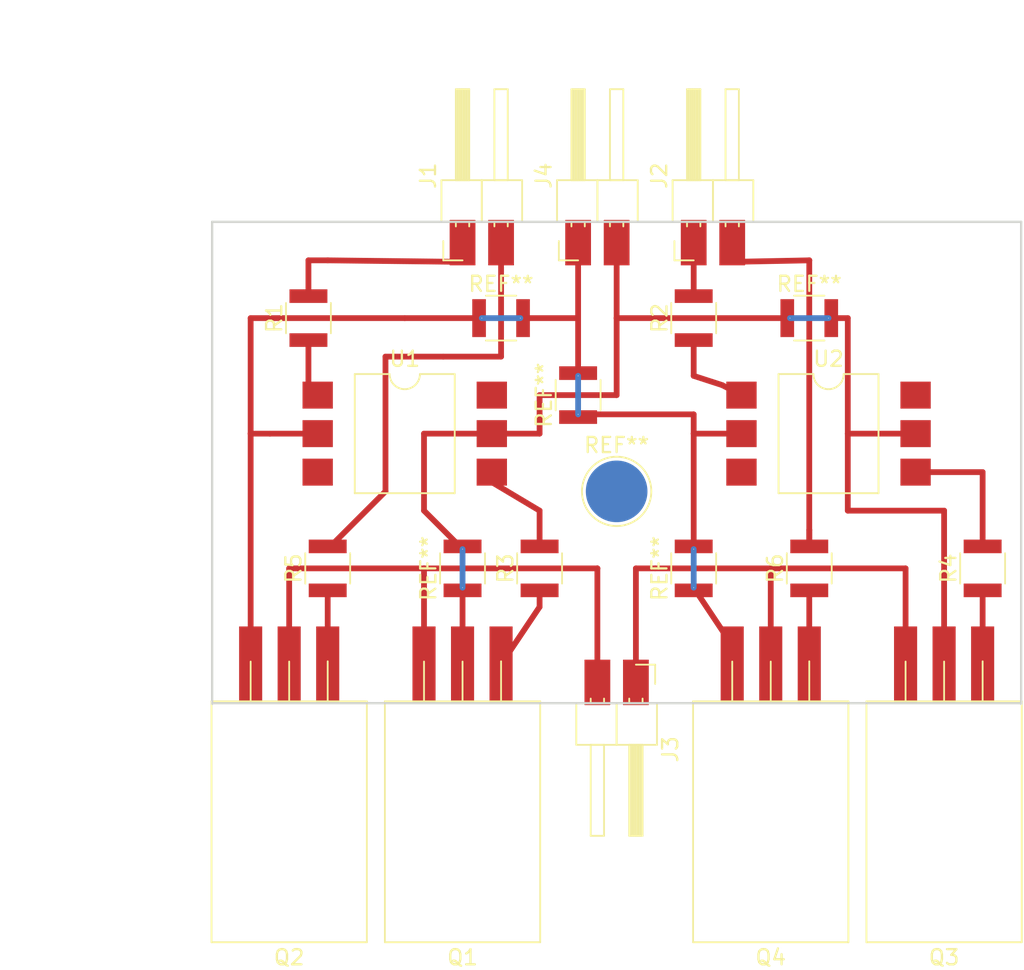
<source format=kicad_pcb>
(kicad_pcb (version 4) (host pcbnew 4.0.6)

  (general
    (links 24)
    (no_connects 0)
    (area 114.070001 74.77 182.726 138.676)
    (thickness 1.6)
    (drawings 6)
    (tracks 94)
    (zones 0)
    (modules 22)
    (nets 21)
  )

  (page A4)
  (layers
    (0 F.Cu signal)
    (31 B.Cu signal)
    (32 B.Adhes user)
    (33 F.Adhes user)
    (34 B.Paste user)
    (35 F.Paste user)
    (36 B.SilkS user)
    (37 F.SilkS user)
    (38 B.Mask user)
    (39 F.Mask user)
    (40 Dwgs.User user)
    (41 Cmts.User user)
    (42 Eco1.User user)
    (43 Eco2.User user)
    (44 Edge.Cuts user)
    (45 Margin user)
    (46 B.CrtYd user)
    (47 F.CrtYd user)
    (48 B.Fab user hide)
    (49 F.Fab user hide)
  )

  (setup
    (last_trace_width 0.381)
    (trace_clearance 0.381)
    (zone_clearance 0.508)
    (zone_45_only no)
    (trace_min 0.2)
    (segment_width 0.2)
    (edge_width 0.15)
    (via_size 0.1)
    (via_drill 0.05)
    (via_min_size 0.01)
    (via_min_drill 0.01)
    (uvia_size 0.3)
    (uvia_drill 0.1)
    (uvias_allowed no)
    (uvia_min_size 0.2)
    (uvia_min_drill 0.1)
    (pcb_text_width 0.3)
    (pcb_text_size 1.5 1.5)
    (mod_edge_width 0.15)
    (mod_text_size 1 1)
    (mod_text_width 0.15)
    (pad_size 4.064 4.064)
    (pad_drill 0)
    (pad_to_mask_clearance 0.2)
    (aux_axis_origin 0 0)
    (visible_elements FFFFFF7F)
    (pcbplotparams
      (layerselection 0x00030_80000001)
      (usegerberextensions false)
      (excludeedgelayer true)
      (linewidth 0.100000)
      (plotframeref false)
      (viasonmask false)
      (mode 1)
      (useauxorigin false)
      (hpglpennumber 1)
      (hpglpenspeed 20)
      (hpglpendiameter 15)
      (hpglpenoverlay 2)
      (psnegative false)
      (psa4output false)
      (plotreference true)
      (plotvalue true)
      (plotinvisibletext false)
      (padsonsilk false)
      (subtractmaskfromsilk false)
      (outputformat 1)
      (mirror false)
      (drillshape 0)
      (scaleselection 1)
      (outputdirectory ../export/))
  )

  (net 0 "")
  (net 1 /Sheet597E2FB2/BL)
  (net 2 /Sheet597E2FB2/AL)
  (net 3 Earth)
  (net 4 /Sheet597E2FB2/BH)
  (net 5 /Sheet597E2FB2/AH)
  (net 6 VPP)
  (net 7 /Sheet597E2FB2/OUTA)
  (net 8 /Sheet597E2FB2/OUTB)
  (net 9 "Net-(Q1-Pad1)")
  (net 10 "Net-(Q2-Pad1)")
  (net 11 "Net-(Q3-Pad1)")
  (net 12 "Net-(Q4-Pad1)")
  (net 13 "Net-(R1-Pad1)")
  (net 14 "Net-(R2-Pad1)")
  (net 15 "Net-(R3-Pad2)")
  (net 16 "Net-(R4-Pad2)")
  (net 17 "Net-(U1-Pad3)")
  (net 18 "Net-(U1-Pad6)")
  (net 19 "Net-(U2-Pad3)")
  (net 20 "Net-(U2-Pad6)")

  (net_class Default "This is the default net class."
    (clearance 0.381)
    (trace_width 0.381)
    (via_dia 0.1)
    (via_drill 0.05)
    (uvia_dia 0.3)
    (uvia_drill 0.1)
    (add_net /Sheet597E2FB2/AH)
    (add_net /Sheet597E2FB2/AL)
    (add_net /Sheet597E2FB2/BH)
    (add_net /Sheet597E2FB2/BL)
    (add_net /Sheet597E2FB2/OUTA)
    (add_net /Sheet597E2FB2/OUTB)
    (add_net Earth)
    (add_net "Net-(Q1-Pad1)")
    (add_net "Net-(Q2-Pad1)")
    (add_net "Net-(Q3-Pad1)")
    (add_net "Net-(Q4-Pad1)")
    (add_net "Net-(R1-Pad1)")
    (add_net "Net-(R2-Pad1)")
    (add_net "Net-(R3-Pad2)")
    (add_net "Net-(R4-Pad2)")
    (add_net "Net-(U1-Pad3)")
    (add_net "Net-(U1-Pad6)")
    (add_net "Net-(U2-Pad3)")
    (add_net "Net-(U2-Pad6)")
    (add_net VPP)
  )

  (module Resistors_SMD:R_1210 (layer F.Cu) (tedit 58AADAAC) (tstamp 5985C440)
    (at 134.62 95.25 90)
    (descr "Resistor SMD 1210, reflow soldering, Vishay (see dcrcw.pdf)")
    (tags "resistor 1210")
    (path /597E2FB3/597E34FA)
    (attr smd)
    (fp_text reference R1 (at 0 -2.25 90) (layer F.SilkS)
      (effects (font (size 1 1) (thickness 0.15)))
    )
    (fp_text value 470R (at 0 2.4 90) (layer F.Fab)
      (effects (font (size 1 1) (thickness 0.15)))
    )
    (fp_text user %R (at 0 -2.25 90) (layer F.Fab)
      (effects (font (size 1 1) (thickness 0.15)))
    )
    (fp_line (start -1.6 1.25) (end -1.6 -1.25) (layer F.Fab) (width 0.1))
    (fp_line (start 1.6 1.25) (end -1.6 1.25) (layer F.Fab) (width 0.1))
    (fp_line (start 1.6 -1.25) (end 1.6 1.25) (layer F.Fab) (width 0.1))
    (fp_line (start -1.6 -1.25) (end 1.6 -1.25) (layer F.Fab) (width 0.1))
    (fp_line (start 1 1.48) (end -1 1.48) (layer F.SilkS) (width 0.12))
    (fp_line (start -1 -1.48) (end 1 -1.48) (layer F.SilkS) (width 0.12))
    (fp_line (start -2.15 -1.5) (end 2.15 -1.5) (layer F.CrtYd) (width 0.05))
    (fp_line (start -2.15 -1.5) (end -2.15 1.5) (layer F.CrtYd) (width 0.05))
    (fp_line (start 2.15 1.5) (end 2.15 -1.5) (layer F.CrtYd) (width 0.05))
    (fp_line (start 2.15 1.5) (end -2.15 1.5) (layer F.CrtYd) (width 0.05))
    (pad 1 smd rect (at -1.45 0 90) (size 0.9 2.5) (layers F.Cu F.Paste F.Mask)
      (net 13 "Net-(R1-Pad1)"))
    (pad 2 smd rect (at 1.45 0 90) (size 0.9 2.5) (layers F.Cu F.Paste F.Mask)
      (net 5 /Sheet597E2FB2/AH))
    (model Resistors_SMD.3dshapes/R_1210.wrl
      (at (xyz 0 0 0))
      (scale (xyz 1 1 1))
      (rotate (xyz 0 0 0))
    )
  )

  (module Resistors_SMD:R_1210 (layer F.Cu) (tedit 58AADAAC) (tstamp 5985C451)
    (at 160.02 95.25 90)
    (descr "Resistor SMD 1210, reflow soldering, Vishay (see dcrcw.pdf)")
    (tags "resistor 1210")
    (path /597E2FB3/597E3DF8)
    (attr smd)
    (fp_text reference R2 (at 0 -2.25 90) (layer F.SilkS)
      (effects (font (size 1 1) (thickness 0.15)))
    )
    (fp_text value 470R (at 0 2.4 90) (layer F.Fab)
      (effects (font (size 1 1) (thickness 0.15)))
    )
    (fp_text user %R (at 0 -2.25 90) (layer F.Fab)
      (effects (font (size 1 1) (thickness 0.15)))
    )
    (fp_line (start -1.6 1.25) (end -1.6 -1.25) (layer F.Fab) (width 0.1))
    (fp_line (start 1.6 1.25) (end -1.6 1.25) (layer F.Fab) (width 0.1))
    (fp_line (start 1.6 -1.25) (end 1.6 1.25) (layer F.Fab) (width 0.1))
    (fp_line (start -1.6 -1.25) (end 1.6 -1.25) (layer F.Fab) (width 0.1))
    (fp_line (start 1 1.48) (end -1 1.48) (layer F.SilkS) (width 0.12))
    (fp_line (start -1 -1.48) (end 1 -1.48) (layer F.SilkS) (width 0.12))
    (fp_line (start -2.15 -1.5) (end 2.15 -1.5) (layer F.CrtYd) (width 0.05))
    (fp_line (start -2.15 -1.5) (end -2.15 1.5) (layer F.CrtYd) (width 0.05))
    (fp_line (start 2.15 1.5) (end 2.15 -1.5) (layer F.CrtYd) (width 0.05))
    (fp_line (start 2.15 1.5) (end -2.15 1.5) (layer F.CrtYd) (width 0.05))
    (pad 1 smd rect (at -1.45 0 90) (size 0.9 2.5) (layers F.Cu F.Paste F.Mask)
      (net 14 "Net-(R2-Pad1)"))
    (pad 2 smd rect (at 1.45 0 90) (size 0.9 2.5) (layers F.Cu F.Paste F.Mask)
      (net 4 /Sheet597E2FB2/BH))
    (model Resistors_SMD.3dshapes/R_1210.wrl
      (at (xyz 0 0 0))
      (scale (xyz 1 1 1))
      (rotate (xyz 0 0 0))
    )
  )

  (module Resistors_SMD:R_1210 (layer F.Cu) (tedit 58AADAAC) (tstamp 5985C462)
    (at 149.86 111.76 90)
    (descr "Resistor SMD 1210, reflow soldering, Vishay (see dcrcw.pdf)")
    (tags "resistor 1210")
    (path /597E2FB3/597E34DA)
    (attr smd)
    (fp_text reference R3 (at 0 -2.25 90) (layer F.SilkS)
      (effects (font (size 1 1) (thickness 0.15)))
    )
    (fp_text value 1k5 (at 0 2.4 90) (layer F.Fab)
      (effects (font (size 1 1) (thickness 0.15)))
    )
    (fp_text user %R (at 0 -2.25 90) (layer F.Fab)
      (effects (font (size 1 1) (thickness 0.15)))
    )
    (fp_line (start -1.6 1.25) (end -1.6 -1.25) (layer F.Fab) (width 0.1))
    (fp_line (start 1.6 1.25) (end -1.6 1.25) (layer F.Fab) (width 0.1))
    (fp_line (start 1.6 -1.25) (end 1.6 1.25) (layer F.Fab) (width 0.1))
    (fp_line (start -1.6 -1.25) (end 1.6 -1.25) (layer F.Fab) (width 0.1))
    (fp_line (start 1 1.48) (end -1 1.48) (layer F.SilkS) (width 0.12))
    (fp_line (start -1 -1.48) (end 1 -1.48) (layer F.SilkS) (width 0.12))
    (fp_line (start -2.15 -1.5) (end 2.15 -1.5) (layer F.CrtYd) (width 0.05))
    (fp_line (start -2.15 -1.5) (end -2.15 1.5) (layer F.CrtYd) (width 0.05))
    (fp_line (start 2.15 1.5) (end 2.15 -1.5) (layer F.CrtYd) (width 0.05))
    (fp_line (start 2.15 1.5) (end -2.15 1.5) (layer F.CrtYd) (width 0.05))
    (pad 1 smd rect (at -1.45 0 90) (size 0.9 2.5) (layers F.Cu F.Paste F.Mask)
      (net 9 "Net-(Q1-Pad1)"))
    (pad 2 smd rect (at 1.45 0 90) (size 0.9 2.5) (layers F.Cu F.Paste F.Mask)
      (net 15 "Net-(R3-Pad2)"))
    (model Resistors_SMD.3dshapes/R_1210.wrl
      (at (xyz 0 0 0))
      (scale (xyz 1 1 1))
      (rotate (xyz 0 0 0))
    )
  )

  (module Resistors_SMD:R_1210 (layer F.Cu) (tedit 58AADAAC) (tstamp 5985C473)
    (at 179.07 111.76 90)
    (descr "Resistor SMD 1210, reflow soldering, Vishay (see dcrcw.pdf)")
    (tags "resistor 1210")
    (path /597E2FB3/597E3DDA)
    (attr smd)
    (fp_text reference R4 (at 0 -2.25 90) (layer F.SilkS)
      (effects (font (size 1 1) (thickness 0.15)))
    )
    (fp_text value 1k5 (at 0 2.4 90) (layer F.Fab)
      (effects (font (size 1 1) (thickness 0.15)))
    )
    (fp_text user %R (at 0 -2.25 90) (layer F.Fab)
      (effects (font (size 1 1) (thickness 0.15)))
    )
    (fp_line (start -1.6 1.25) (end -1.6 -1.25) (layer F.Fab) (width 0.1))
    (fp_line (start 1.6 1.25) (end -1.6 1.25) (layer F.Fab) (width 0.1))
    (fp_line (start 1.6 -1.25) (end 1.6 1.25) (layer F.Fab) (width 0.1))
    (fp_line (start -1.6 -1.25) (end 1.6 -1.25) (layer F.Fab) (width 0.1))
    (fp_line (start 1 1.48) (end -1 1.48) (layer F.SilkS) (width 0.12))
    (fp_line (start -1 -1.48) (end 1 -1.48) (layer F.SilkS) (width 0.12))
    (fp_line (start -2.15 -1.5) (end 2.15 -1.5) (layer F.CrtYd) (width 0.05))
    (fp_line (start -2.15 -1.5) (end -2.15 1.5) (layer F.CrtYd) (width 0.05))
    (fp_line (start 2.15 1.5) (end 2.15 -1.5) (layer F.CrtYd) (width 0.05))
    (fp_line (start 2.15 1.5) (end -2.15 1.5) (layer F.CrtYd) (width 0.05))
    (pad 1 smd rect (at -1.45 0 90) (size 0.9 2.5) (layers F.Cu F.Paste F.Mask)
      (net 11 "Net-(Q3-Pad1)"))
    (pad 2 smd rect (at 1.45 0 90) (size 0.9 2.5) (layers F.Cu F.Paste F.Mask)
      (net 16 "Net-(R4-Pad2)"))
    (model Resistors_SMD.3dshapes/R_1210.wrl
      (at (xyz 0 0 0))
      (scale (xyz 1 1 1))
      (rotate (xyz 0 0 0))
    )
  )

  (module Resistors_SMD:R_1210 (layer F.Cu) (tedit 58AADAAC) (tstamp 5985C484)
    (at 135.89 111.76 90)
    (descr "Resistor SMD 1210, reflow soldering, Vishay (see dcrcw.pdf)")
    (tags "resistor 1210")
    (path /597E2FB3/597E34D3)
    (attr smd)
    (fp_text reference R5 (at 0 -2.25 90) (layer F.SilkS)
      (effects (font (size 1 1) (thickness 0.15)))
    )
    (fp_text value 1k5 (at 0 2.4 90) (layer F.Fab)
      (effects (font (size 1 1) (thickness 0.15)))
    )
    (fp_text user %R (at 0 -2.25 90) (layer F.Fab)
      (effects (font (size 1 1) (thickness 0.15)))
    )
    (fp_line (start -1.6 1.25) (end -1.6 -1.25) (layer F.Fab) (width 0.1))
    (fp_line (start 1.6 1.25) (end -1.6 1.25) (layer F.Fab) (width 0.1))
    (fp_line (start 1.6 -1.25) (end 1.6 1.25) (layer F.Fab) (width 0.1))
    (fp_line (start -1.6 -1.25) (end 1.6 -1.25) (layer F.Fab) (width 0.1))
    (fp_line (start 1 1.48) (end -1 1.48) (layer F.SilkS) (width 0.12))
    (fp_line (start -1 -1.48) (end 1 -1.48) (layer F.SilkS) (width 0.12))
    (fp_line (start -2.15 -1.5) (end 2.15 -1.5) (layer F.CrtYd) (width 0.05))
    (fp_line (start -2.15 -1.5) (end -2.15 1.5) (layer F.CrtYd) (width 0.05))
    (fp_line (start 2.15 1.5) (end 2.15 -1.5) (layer F.CrtYd) (width 0.05))
    (fp_line (start 2.15 1.5) (end -2.15 1.5) (layer F.CrtYd) (width 0.05))
    (pad 1 smd rect (at -1.45 0 90) (size 0.9 2.5) (layers F.Cu F.Paste F.Mask)
      (net 10 "Net-(Q2-Pad1)"))
    (pad 2 smd rect (at 1.45 0 90) (size 0.9 2.5) (layers F.Cu F.Paste F.Mask)
      (net 2 /Sheet597E2FB2/AL))
    (model Resistors_SMD.3dshapes/R_1210.wrl
      (at (xyz 0 0 0))
      (scale (xyz 1 1 1))
      (rotate (xyz 0 0 0))
    )
  )

  (module Resistors_SMD:R_1210 (layer F.Cu) (tedit 58AADAAC) (tstamp 5985C495)
    (at 167.64 111.76 90)
    (descr "Resistor SMD 1210, reflow soldering, Vishay (see dcrcw.pdf)")
    (tags "resistor 1210")
    (path /597E2FB3/597E3DD4)
    (attr smd)
    (fp_text reference R6 (at 0 -2.25 90) (layer F.SilkS)
      (effects (font (size 1 1) (thickness 0.15)))
    )
    (fp_text value 1k5 (at 0 2.4 90) (layer F.Fab)
      (effects (font (size 1 1) (thickness 0.15)))
    )
    (fp_text user %R (at 0 -2.25 90) (layer F.Fab)
      (effects (font (size 1 1) (thickness 0.15)))
    )
    (fp_line (start -1.6 1.25) (end -1.6 -1.25) (layer F.Fab) (width 0.1))
    (fp_line (start 1.6 1.25) (end -1.6 1.25) (layer F.Fab) (width 0.1))
    (fp_line (start 1.6 -1.25) (end 1.6 1.25) (layer F.Fab) (width 0.1))
    (fp_line (start -1.6 -1.25) (end 1.6 -1.25) (layer F.Fab) (width 0.1))
    (fp_line (start 1 1.48) (end -1 1.48) (layer F.SilkS) (width 0.12))
    (fp_line (start -1 -1.48) (end 1 -1.48) (layer F.SilkS) (width 0.12))
    (fp_line (start -2.15 -1.5) (end 2.15 -1.5) (layer F.CrtYd) (width 0.05))
    (fp_line (start -2.15 -1.5) (end -2.15 1.5) (layer F.CrtYd) (width 0.05))
    (fp_line (start 2.15 1.5) (end 2.15 -1.5) (layer F.CrtYd) (width 0.05))
    (fp_line (start 2.15 1.5) (end -2.15 1.5) (layer F.CrtYd) (width 0.05))
    (pad 1 smd rect (at -1.45 0 90) (size 0.9 2.5) (layers F.Cu F.Paste F.Mask)
      (net 12 "Net-(Q4-Pad1)"))
    (pad 2 smd rect (at 1.45 0 90) (size 0.9 2.5) (layers F.Cu F.Paste F.Mask)
      (net 1 /Sheet597E2FB2/BL))
    (model Resistors_SMD.3dshapes/R_1210.wrl
      (at (xyz 0 0 0))
      (scale (xyz 1 1 1))
      (rotate (xyz 0 0 0))
    )
  )

  (module Edge:TO-220_Horizontal (layer F.Cu) (tedit 5985D800) (tstamp 599501E8)
    (at 147.32 116.84 180)
    (descr "TO-220, Horizontal, RM 2.54mm")
    (tags "TO-220 Horizontal RM 2.54mm")
    (path /597E2FB3/597E34C5)
    (fp_text reference Q1 (at 2.54 -20.58 180) (layer F.SilkS)
      (effects (font (size 1 1) (thickness 0.15)))
    )
    (fp_text value TIP120 (at 2.54 1.9 180) (layer F.Fab)
      (effects (font (size 1 1) (thickness 0.15)))
    )
    (fp_circle (center 2.54 -16.66) (end 4.39 -16.66) (layer F.Fab) (width 0.1))
    (fp_line (start -2.46 -13.06) (end -2.46 -19.46) (layer F.Fab) (width 0.1))
    (fp_line (start -2.46 -19.46) (end 7.54 -19.46) (layer F.Fab) (width 0.1))
    (fp_line (start 7.54 -19.46) (end 7.54 -13.06) (layer F.Fab) (width 0.1))
    (fp_line (start 7.54 -13.06) (end -2.46 -13.06) (layer F.Fab) (width 0.1))
    (fp_line (start -2.46 -3.81) (end -2.46 -13.06) (layer F.Fab) (width 0.1))
    (fp_line (start -2.46 -13.06) (end 7.54 -13.06) (layer F.Fab) (width 0.1))
    (fp_line (start 7.54 -13.06) (end 7.54 -3.81) (layer F.Fab) (width 0.1))
    (fp_line (start 7.54 -3.81) (end -2.46 -3.81) (layer F.Fab) (width 0.1))
    (fp_line (start 0 -3.81) (end 0 0) (layer F.Fab) (width 0.1))
    (fp_line (start 2.54 -3.81) (end 2.54 0) (layer F.Fab) (width 0.1))
    (fp_line (start 5.08 -3.81) (end 5.08 0) (layer F.Fab) (width 0.1))
    (fp_line (start -2.58 -3.69) (end 7.66 -3.69) (layer F.SilkS) (width 0.12))
    (fp_line (start -2.58 -19.58) (end 7.66 -19.58) (layer F.SilkS) (width 0.12))
    (fp_line (start -2.58 -19.58) (end -2.58 -3.69) (layer F.SilkS) (width 0.12))
    (fp_line (start 7.66 -19.58) (end 7.66 -3.69) (layer F.SilkS) (width 0.12))
    (fp_line (start 0 -3.69) (end 0 -1.05) (layer F.SilkS) (width 0.12))
    (fp_line (start 2.54 -3.69) (end 2.54 -1.066) (layer F.SilkS) (width 0.12))
    (fp_line (start 5.08 -3.69) (end 5.08 -1.066) (layer F.SilkS) (width 0.12))
    (fp_line (start -2.71 -19.71) (end -2.71 1.15) (layer F.CrtYd) (width 0.05))
    (fp_line (start -2.71 1.25) (end 7.79 1.25) (layer F.CrtYd) (width 0.05))
    (fp_line (start 7.79 1.15) (end 7.79 -19.71) (layer F.CrtYd) (width 0.05))
    (fp_line (start 7.79 -19.71) (end -2.71 -19.71) (layer F.CrtYd) (width 0.05))
    (fp_text user %R (at 2.54 -20.58 180) (layer F.Fab)
      (effects (font (size 1 1) (thickness 0.15)))
    )
    (pad 1 smd rect (at 0 -1.25 180) (size 1.524 5) (layers F.Cu F.Paste F.Mask)
      (net 9 "Net-(Q1-Pad1)"))
    (pad 2 smd rect (at 2.54 -1.25 180) (size 1.524 5) (layers F.Cu F.Paste F.Mask)
      (net 6 VPP))
    (pad None np_thru_hole oval (at 2.54 -16.66 180) (size 3.5 3.5) (drill 3.5) (layers *.Cu *.Mask))
    (pad 3 smd rect (at 5.08 -1.25 180) (size 1.524 5) (layers F.Cu F.Paste F.Mask)
      (net 7 /Sheet597E2FB2/OUTA))
    (model TO_SOT_Packages_THT.3dshapes/TO-220_Horizontal.wrl
      (at (xyz 0.1 0 0))
      (scale (xyz 0.393701 0.393701 0.393701))
      (rotate (xyz 0 0 0))
    )
  )

  (module Edge:TO-220_Horizontal (layer F.Cu) (tedit 5985D800) (tstamp 59950207)
    (at 135.89 116.84 180)
    (descr "TO-220, Horizontal, RM 2.54mm")
    (tags "TO-220 Horizontal RM 2.54mm")
    (path /597E2FB3/597E34CC)
    (fp_text reference Q2 (at 2.54 -20.58 180) (layer F.SilkS)
      (effects (font (size 1 1) (thickness 0.15)))
    )
    (fp_text value TIP120 (at 2.54 1.9 180) (layer F.Fab)
      (effects (font (size 1 1) (thickness 0.15)))
    )
    (fp_circle (center 2.54 -16.66) (end 4.39 -16.66) (layer F.Fab) (width 0.1))
    (fp_line (start -2.46 -13.06) (end -2.46 -19.46) (layer F.Fab) (width 0.1))
    (fp_line (start -2.46 -19.46) (end 7.54 -19.46) (layer F.Fab) (width 0.1))
    (fp_line (start 7.54 -19.46) (end 7.54 -13.06) (layer F.Fab) (width 0.1))
    (fp_line (start 7.54 -13.06) (end -2.46 -13.06) (layer F.Fab) (width 0.1))
    (fp_line (start -2.46 -3.81) (end -2.46 -13.06) (layer F.Fab) (width 0.1))
    (fp_line (start -2.46 -13.06) (end 7.54 -13.06) (layer F.Fab) (width 0.1))
    (fp_line (start 7.54 -13.06) (end 7.54 -3.81) (layer F.Fab) (width 0.1))
    (fp_line (start 7.54 -3.81) (end -2.46 -3.81) (layer F.Fab) (width 0.1))
    (fp_line (start 0 -3.81) (end 0 0) (layer F.Fab) (width 0.1))
    (fp_line (start 2.54 -3.81) (end 2.54 0) (layer F.Fab) (width 0.1))
    (fp_line (start 5.08 -3.81) (end 5.08 0) (layer F.Fab) (width 0.1))
    (fp_line (start -2.58 -3.69) (end 7.66 -3.69) (layer F.SilkS) (width 0.12))
    (fp_line (start -2.58 -19.58) (end 7.66 -19.58) (layer F.SilkS) (width 0.12))
    (fp_line (start -2.58 -19.58) (end -2.58 -3.69) (layer F.SilkS) (width 0.12))
    (fp_line (start 7.66 -19.58) (end 7.66 -3.69) (layer F.SilkS) (width 0.12))
    (fp_line (start 0 -3.69) (end 0 -1.05) (layer F.SilkS) (width 0.12))
    (fp_line (start 2.54 -3.69) (end 2.54 -1.066) (layer F.SilkS) (width 0.12))
    (fp_line (start 5.08 -3.69) (end 5.08 -1.066) (layer F.SilkS) (width 0.12))
    (fp_line (start -2.71 -19.71) (end -2.71 1.15) (layer F.CrtYd) (width 0.05))
    (fp_line (start -2.71 1.25) (end 7.79 1.25) (layer F.CrtYd) (width 0.05))
    (fp_line (start 7.79 1.15) (end 7.79 -19.71) (layer F.CrtYd) (width 0.05))
    (fp_line (start 7.79 -19.71) (end -2.71 -19.71) (layer F.CrtYd) (width 0.05))
    (fp_text user %R (at 2.54 -20.58 180) (layer F.Fab)
      (effects (font (size 1 1) (thickness 0.15)))
    )
    (pad 1 smd rect (at 0 -1.25 180) (size 1.524 5) (layers F.Cu F.Paste F.Mask)
      (net 10 "Net-(Q2-Pad1)"))
    (pad 2 smd rect (at 2.54 -1.25 180) (size 1.524 5) (layers F.Cu F.Paste F.Mask)
      (net 7 /Sheet597E2FB2/OUTA))
    (pad None np_thru_hole oval (at 2.54 -16.66 180) (size 3.5 3.5) (drill 3.5) (layers *.Cu *.Mask))
    (pad 3 smd rect (at 5.08 -1.25 180) (size 1.524 5) (layers F.Cu F.Paste F.Mask)
      (net 3 Earth))
    (model TO_SOT_Packages_THT.3dshapes/TO-220_Horizontal.wrl
      (at (xyz 0.1 0 0))
      (scale (xyz 0.393701 0.393701 0.393701))
      (rotate (xyz 0 0 0))
    )
  )

  (module Edge:TO-220_Horizontal (layer F.Cu) (tedit 5985D800) (tstamp 59950226)
    (at 179.07 116.84 180)
    (descr "TO-220, Horizontal, RM 2.54mm")
    (tags "TO-220 Horizontal RM 2.54mm")
    (path /597E2FB3/597E3DC8)
    (fp_text reference Q3 (at 2.54 -20.58 180) (layer F.SilkS)
      (effects (font (size 1 1) (thickness 0.15)))
    )
    (fp_text value TIP120 (at 2.54 1.9 180) (layer F.Fab)
      (effects (font (size 1 1) (thickness 0.15)))
    )
    (fp_circle (center 2.54 -16.66) (end 4.39 -16.66) (layer F.Fab) (width 0.1))
    (fp_line (start -2.46 -13.06) (end -2.46 -19.46) (layer F.Fab) (width 0.1))
    (fp_line (start -2.46 -19.46) (end 7.54 -19.46) (layer F.Fab) (width 0.1))
    (fp_line (start 7.54 -19.46) (end 7.54 -13.06) (layer F.Fab) (width 0.1))
    (fp_line (start 7.54 -13.06) (end -2.46 -13.06) (layer F.Fab) (width 0.1))
    (fp_line (start -2.46 -3.81) (end -2.46 -13.06) (layer F.Fab) (width 0.1))
    (fp_line (start -2.46 -13.06) (end 7.54 -13.06) (layer F.Fab) (width 0.1))
    (fp_line (start 7.54 -13.06) (end 7.54 -3.81) (layer F.Fab) (width 0.1))
    (fp_line (start 7.54 -3.81) (end -2.46 -3.81) (layer F.Fab) (width 0.1))
    (fp_line (start 0 -3.81) (end 0 0) (layer F.Fab) (width 0.1))
    (fp_line (start 2.54 -3.81) (end 2.54 0) (layer F.Fab) (width 0.1))
    (fp_line (start 5.08 -3.81) (end 5.08 0) (layer F.Fab) (width 0.1))
    (fp_line (start -2.58 -3.69) (end 7.66 -3.69) (layer F.SilkS) (width 0.12))
    (fp_line (start -2.58 -19.58) (end 7.66 -19.58) (layer F.SilkS) (width 0.12))
    (fp_line (start -2.58 -19.58) (end -2.58 -3.69) (layer F.SilkS) (width 0.12))
    (fp_line (start 7.66 -19.58) (end 7.66 -3.69) (layer F.SilkS) (width 0.12))
    (fp_line (start 0 -3.69) (end 0 -1.05) (layer F.SilkS) (width 0.12))
    (fp_line (start 2.54 -3.69) (end 2.54 -1.066) (layer F.SilkS) (width 0.12))
    (fp_line (start 5.08 -3.69) (end 5.08 -1.066) (layer F.SilkS) (width 0.12))
    (fp_line (start -2.71 -19.71) (end -2.71 1.15) (layer F.CrtYd) (width 0.05))
    (fp_line (start -2.71 1.25) (end 7.79 1.25) (layer F.CrtYd) (width 0.05))
    (fp_line (start 7.79 1.15) (end 7.79 -19.71) (layer F.CrtYd) (width 0.05))
    (fp_line (start 7.79 -19.71) (end -2.71 -19.71) (layer F.CrtYd) (width 0.05))
    (fp_text user %R (at 2.54 -20.58 180) (layer F.Fab)
      (effects (font (size 1 1) (thickness 0.15)))
    )
    (pad 1 smd rect (at 0 -1.25 180) (size 1.524 5) (layers F.Cu F.Paste F.Mask)
      (net 11 "Net-(Q3-Pad1)"))
    (pad 2 smd rect (at 2.54 -1.25 180) (size 1.524 5) (layers F.Cu F.Paste F.Mask)
      (net 6 VPP))
    (pad None np_thru_hole oval (at 2.54 -16.66 180) (size 3.5 3.5) (drill 3.5) (layers *.Cu *.Mask))
    (pad 3 smd rect (at 5.08 -1.25 180) (size 1.524 5) (layers F.Cu F.Paste F.Mask)
      (net 8 /Sheet597E2FB2/OUTB))
    (model TO_SOT_Packages_THT.3dshapes/TO-220_Horizontal.wrl
      (at (xyz 0.1 0 0))
      (scale (xyz 0.393701 0.393701 0.393701))
      (rotate (xyz 0 0 0))
    )
  )

  (module Edge:TO-220_Horizontal (layer F.Cu) (tedit 5985D800) (tstamp 59950245)
    (at 167.64 116.84 180)
    (descr "TO-220, Horizontal, RM 2.54mm")
    (tags "TO-220 Horizontal RM 2.54mm")
    (path /597E2FB3/597E3DCE)
    (fp_text reference Q4 (at 2.54 -20.58 180) (layer F.SilkS)
      (effects (font (size 1 1) (thickness 0.15)))
    )
    (fp_text value TIP120 (at 2.54 1.9 180) (layer F.Fab)
      (effects (font (size 1 1) (thickness 0.15)))
    )
    (fp_circle (center 2.54 -16.66) (end 4.39 -16.66) (layer F.Fab) (width 0.1))
    (fp_line (start -2.46 -13.06) (end -2.46 -19.46) (layer F.Fab) (width 0.1))
    (fp_line (start -2.46 -19.46) (end 7.54 -19.46) (layer F.Fab) (width 0.1))
    (fp_line (start 7.54 -19.46) (end 7.54 -13.06) (layer F.Fab) (width 0.1))
    (fp_line (start 7.54 -13.06) (end -2.46 -13.06) (layer F.Fab) (width 0.1))
    (fp_line (start -2.46 -3.81) (end -2.46 -13.06) (layer F.Fab) (width 0.1))
    (fp_line (start -2.46 -13.06) (end 7.54 -13.06) (layer F.Fab) (width 0.1))
    (fp_line (start 7.54 -13.06) (end 7.54 -3.81) (layer F.Fab) (width 0.1))
    (fp_line (start 7.54 -3.81) (end -2.46 -3.81) (layer F.Fab) (width 0.1))
    (fp_line (start 0 -3.81) (end 0 0) (layer F.Fab) (width 0.1))
    (fp_line (start 2.54 -3.81) (end 2.54 0) (layer F.Fab) (width 0.1))
    (fp_line (start 5.08 -3.81) (end 5.08 0) (layer F.Fab) (width 0.1))
    (fp_line (start -2.58 -3.69) (end 7.66 -3.69) (layer F.SilkS) (width 0.12))
    (fp_line (start -2.58 -19.58) (end 7.66 -19.58) (layer F.SilkS) (width 0.12))
    (fp_line (start -2.58 -19.58) (end -2.58 -3.69) (layer F.SilkS) (width 0.12))
    (fp_line (start 7.66 -19.58) (end 7.66 -3.69) (layer F.SilkS) (width 0.12))
    (fp_line (start 0 -3.69) (end 0 -1.05) (layer F.SilkS) (width 0.12))
    (fp_line (start 2.54 -3.69) (end 2.54 -1.066) (layer F.SilkS) (width 0.12))
    (fp_line (start 5.08 -3.69) (end 5.08 -1.066) (layer F.SilkS) (width 0.12))
    (fp_line (start -2.71 -19.71) (end -2.71 1.15) (layer F.CrtYd) (width 0.05))
    (fp_line (start -2.71 1.25) (end 7.79 1.25) (layer F.CrtYd) (width 0.05))
    (fp_line (start 7.79 1.15) (end 7.79 -19.71) (layer F.CrtYd) (width 0.05))
    (fp_line (start 7.79 -19.71) (end -2.71 -19.71) (layer F.CrtYd) (width 0.05))
    (fp_text user %R (at 2.54 -20.58 180) (layer F.Fab)
      (effects (font (size 1 1) (thickness 0.15)))
    )
    (pad 1 smd rect (at 0 -1.25 180) (size 1.524 5) (layers F.Cu F.Paste F.Mask)
      (net 12 "Net-(Q4-Pad1)"))
    (pad 2 smd rect (at 2.54 -1.25 180) (size 1.524 5) (layers F.Cu F.Paste F.Mask)
      (net 8 /Sheet597E2FB2/OUTB))
    (pad None np_thru_hole oval (at 2.54 -16.66 180) (size 3.5 3.5) (drill 3.5) (layers *.Cu *.Mask))
    (pad 3 smd rect (at 5.08 -1.25 180) (size 1.524 5) (layers F.Cu F.Paste F.Mask)
      (net 3 Earth))
    (model TO_SOT_Packages_THT.3dshapes/TO-220_Horizontal.wrl
      (at (xyz 0.1 0 0))
      (scale (xyz 0.393701 0.393701 0.393701))
      (rotate (xyz 0 0 0))
    )
  )

  (module Edge:Pin_Header_Edge_1x02_Pitch2.54mm (layer F.Cu) (tedit 5985E8C5) (tstamp 5985EB04)
    (at 160.02 90.17 90)
    (descr "Through hole angled pin header, 1x02, 2.54mm pitch, 6mm pin length, single row")
    (tags "Through hole angled pin header THT 1x02 2.54mm single row")
    (path /598613A8)
    (fp_text reference J2 (at 4.315 -2.27 90) (layer F.SilkS)
      (effects (font (size 1 1) (thickness 0.15)))
    )
    (fp_text value CONN_B (at 4.315 4.81 90) (layer F.Fab)
      (effects (font (size 1 1) (thickness 0.15)))
    )
    (fp_line (start 1.4 -1.27) (end 1.4 1.27) (layer F.Fab) (width 0.1))
    (fp_line (start 1.4 1.27) (end 3.9 1.27) (layer F.Fab) (width 0.1))
    (fp_line (start 3.9 1.27) (end 3.9 -1.27) (layer F.Fab) (width 0.1))
    (fp_line (start 3.9 -1.27) (end 1.4 -1.27) (layer F.Fab) (width 0.1))
    (fp_line (start 0 -0.32) (end 0 0.32) (layer F.Fab) (width 0.1))
    (fp_line (start 0 0.32) (end 9.9 0.32) (layer F.Fab) (width 0.1))
    (fp_line (start 9.9 0.32) (end 9.9 -0.32) (layer F.Fab) (width 0.1))
    (fp_line (start 9.9 -0.32) (end 0 -0.32) (layer F.Fab) (width 0.1))
    (fp_line (start 1.4 1.27) (end 1.4 3.81) (layer F.Fab) (width 0.1))
    (fp_line (start 1.4 3.81) (end 3.9 3.81) (layer F.Fab) (width 0.1))
    (fp_line (start 3.9 3.81) (end 3.9 1.27) (layer F.Fab) (width 0.1))
    (fp_line (start 3.9 1.27) (end 1.4 1.27) (layer F.Fab) (width 0.1))
    (fp_line (start 0 2.22) (end 0 2.86) (layer F.Fab) (width 0.1))
    (fp_line (start 0 2.86) (end 9.9 2.86) (layer F.Fab) (width 0.1))
    (fp_line (start 9.9 2.86) (end 9.9 2.22) (layer F.Fab) (width 0.1))
    (fp_line (start 9.9 2.22) (end 0 2.22) (layer F.Fab) (width 0.1))
    (fp_line (start 1.28 -1.39) (end 1.28 1.27) (layer F.SilkS) (width 0.12))
    (fp_line (start 1.28 1.27) (end 4.02 1.27) (layer F.SilkS) (width 0.12))
    (fp_line (start 4.02 1.27) (end 4.02 -1.39) (layer F.SilkS) (width 0.12))
    (fp_line (start 4.02 -1.39) (end 1.28 -1.39) (layer F.SilkS) (width 0.12))
    (fp_line (start 4.02 -0.44) (end 4.02 0.44) (layer F.SilkS) (width 0.12))
    (fp_line (start 4.02 0.44) (end 10.02 0.44) (layer F.SilkS) (width 0.12))
    (fp_line (start 10.02 0.44) (end 10.02 -0.44) (layer F.SilkS) (width 0.12))
    (fp_line (start 10.02 -0.44) (end 4.02 -0.44) (layer F.SilkS) (width 0.12))
    (fp_line (start 0.97 -0.44) (end 1.28 -0.44) (layer F.SilkS) (width 0.12))
    (fp_line (start 0.97 0.44) (end 1.28 0.44) (layer F.SilkS) (width 0.12))
    (fp_line (start 4.02 -0.32) (end 10.02 -0.32) (layer F.SilkS) (width 0.12))
    (fp_line (start 4.02 -0.2) (end 10.02 -0.2) (layer F.SilkS) (width 0.12))
    (fp_line (start 4.02 -0.08) (end 10.02 -0.08) (layer F.SilkS) (width 0.12))
    (fp_line (start 4.02 0.04) (end 10.02 0.04) (layer F.SilkS) (width 0.12))
    (fp_line (start 4.02 0.16) (end 10.02 0.16) (layer F.SilkS) (width 0.12))
    (fp_line (start 4.02 0.28) (end 10.02 0.28) (layer F.SilkS) (width 0.12))
    (fp_line (start 4.02 0.4) (end 10.02 0.4) (layer F.SilkS) (width 0.12))
    (fp_line (start 1.28 1.27) (end 1.28 3.93) (layer F.SilkS) (width 0.12))
    (fp_line (start 1.28 3.93) (end 4.02 3.93) (layer F.SilkS) (width 0.12))
    (fp_line (start 4.02 3.93) (end 4.02 1.27) (layer F.SilkS) (width 0.12))
    (fp_line (start 4.02 1.27) (end 1.28 1.27) (layer F.SilkS) (width 0.12))
    (fp_line (start 4.02 2.1) (end 4.02 2.98) (layer F.SilkS) (width 0.12))
    (fp_line (start 4.02 2.98) (end 10.02 2.98) (layer F.SilkS) (width 0.12))
    (fp_line (start 10.02 2.98) (end 10.02 2.1) (layer F.SilkS) (width 0.12))
    (fp_line (start 10.02 2.1) (end 4.02 2.1) (layer F.SilkS) (width 0.12))
    (fp_line (start 0.97 2.1) (end 1.28 2.1) (layer F.SilkS) (width 0.12))
    (fp_line (start 0.97 2.98) (end 1.28 2.98) (layer F.SilkS) (width 0.12))
    (fp_line (start -1.27 0) (end -1.27 -1.27) (layer F.SilkS) (width 0.12))
    (fp_line (start -1.27 -1.27) (end 0 -1.27) (layer F.SilkS) (width 0.12))
    (fp_line (start -1.6 -1.6) (end -1.6 4.1) (layer F.CrtYd) (width 0.05))
    (fp_line (start -1.6 4.1) (end 10.2 4.1) (layer F.CrtYd) (width 0.05))
    (fp_line (start 10.2 4.1) (end 10.2 -1.6) (layer F.CrtYd) (width 0.05))
    (fp_line (start 10.2 -1.6) (end -1.6 -1.6) (layer F.CrtYd) (width 0.05))
    (pad 1 smd rect (at -0.1 0 90) (size 3 1.7) (layers F.Cu F.Paste F.Mask)
      (net 4 /Sheet597E2FB2/BH))
    (pad 2 smd rect (at -0.1 2.54 90) (size 3 1.7) (layers F.Cu F.Paste F.Mask)
      (net 1 /Sheet597E2FB2/BL))
    (model Pin_Headers.3dshapes/Pin_Header_Angled_1x02_Pitch2.54mm.wrl
      (at (xyz 0 -0.05 0))
      (scale (xyz 1 1 1))
      (rotate (xyz 0 0 90))
    )
  )

  (module Edge:Pin_Header_Edge_1x02_Pitch2.54mm (layer F.Cu) (tedit 5985E8C5) (tstamp 5985EB09)
    (at 156.21 119.38 270)
    (descr "Through hole angled pin header, 1x02, 2.54mm pitch, 6mm pin length, single row")
    (tags "Through hole angled pin header THT 1x02 2.54mm single row")
    (path /5985EAA3)
    (fp_text reference J3 (at 4.315 -2.27 270) (layer F.SilkS)
      (effects (font (size 1 1) (thickness 0.15)))
    )
    (fp_text value CONN_MOTOR (at 4.315 4.81 270) (layer F.Fab)
      (effects (font (size 1 1) (thickness 0.15)))
    )
    (fp_line (start 1.4 -1.27) (end 1.4 1.27) (layer F.Fab) (width 0.1))
    (fp_line (start 1.4 1.27) (end 3.9 1.27) (layer F.Fab) (width 0.1))
    (fp_line (start 3.9 1.27) (end 3.9 -1.27) (layer F.Fab) (width 0.1))
    (fp_line (start 3.9 -1.27) (end 1.4 -1.27) (layer F.Fab) (width 0.1))
    (fp_line (start 0 -0.32) (end 0 0.32) (layer F.Fab) (width 0.1))
    (fp_line (start 0 0.32) (end 9.9 0.32) (layer F.Fab) (width 0.1))
    (fp_line (start 9.9 0.32) (end 9.9 -0.32) (layer F.Fab) (width 0.1))
    (fp_line (start 9.9 -0.32) (end 0 -0.32) (layer F.Fab) (width 0.1))
    (fp_line (start 1.4 1.27) (end 1.4 3.81) (layer F.Fab) (width 0.1))
    (fp_line (start 1.4 3.81) (end 3.9 3.81) (layer F.Fab) (width 0.1))
    (fp_line (start 3.9 3.81) (end 3.9 1.27) (layer F.Fab) (width 0.1))
    (fp_line (start 3.9 1.27) (end 1.4 1.27) (layer F.Fab) (width 0.1))
    (fp_line (start 0 2.22) (end 0 2.86) (layer F.Fab) (width 0.1))
    (fp_line (start 0 2.86) (end 9.9 2.86) (layer F.Fab) (width 0.1))
    (fp_line (start 9.9 2.86) (end 9.9 2.22) (layer F.Fab) (width 0.1))
    (fp_line (start 9.9 2.22) (end 0 2.22) (layer F.Fab) (width 0.1))
    (fp_line (start 1.28 -1.39) (end 1.28 1.27) (layer F.SilkS) (width 0.12))
    (fp_line (start 1.28 1.27) (end 4.02 1.27) (layer F.SilkS) (width 0.12))
    (fp_line (start 4.02 1.27) (end 4.02 -1.39) (layer F.SilkS) (width 0.12))
    (fp_line (start 4.02 -1.39) (end 1.28 -1.39) (layer F.SilkS) (width 0.12))
    (fp_line (start 4.02 -0.44) (end 4.02 0.44) (layer F.SilkS) (width 0.12))
    (fp_line (start 4.02 0.44) (end 10.02 0.44) (layer F.SilkS) (width 0.12))
    (fp_line (start 10.02 0.44) (end 10.02 -0.44) (layer F.SilkS) (width 0.12))
    (fp_line (start 10.02 -0.44) (end 4.02 -0.44) (layer F.SilkS) (width 0.12))
    (fp_line (start 0.97 -0.44) (end 1.28 -0.44) (layer F.SilkS) (width 0.12))
    (fp_line (start 0.97 0.44) (end 1.28 0.44) (layer F.SilkS) (width 0.12))
    (fp_line (start 4.02 -0.32) (end 10.02 -0.32) (layer F.SilkS) (width 0.12))
    (fp_line (start 4.02 -0.2) (end 10.02 -0.2) (layer F.SilkS) (width 0.12))
    (fp_line (start 4.02 -0.08) (end 10.02 -0.08) (layer F.SilkS) (width 0.12))
    (fp_line (start 4.02 0.04) (end 10.02 0.04) (layer F.SilkS) (width 0.12))
    (fp_line (start 4.02 0.16) (end 10.02 0.16) (layer F.SilkS) (width 0.12))
    (fp_line (start 4.02 0.28) (end 10.02 0.28) (layer F.SilkS) (width 0.12))
    (fp_line (start 4.02 0.4) (end 10.02 0.4) (layer F.SilkS) (width 0.12))
    (fp_line (start 1.28 1.27) (end 1.28 3.93) (layer F.SilkS) (width 0.12))
    (fp_line (start 1.28 3.93) (end 4.02 3.93) (layer F.SilkS) (width 0.12))
    (fp_line (start 4.02 3.93) (end 4.02 1.27) (layer F.SilkS) (width 0.12))
    (fp_line (start 4.02 1.27) (end 1.28 1.27) (layer F.SilkS) (width 0.12))
    (fp_line (start 4.02 2.1) (end 4.02 2.98) (layer F.SilkS) (width 0.12))
    (fp_line (start 4.02 2.98) (end 10.02 2.98) (layer F.SilkS) (width 0.12))
    (fp_line (start 10.02 2.98) (end 10.02 2.1) (layer F.SilkS) (width 0.12))
    (fp_line (start 10.02 2.1) (end 4.02 2.1) (layer F.SilkS) (width 0.12))
    (fp_line (start 0.97 2.1) (end 1.28 2.1) (layer F.SilkS) (width 0.12))
    (fp_line (start 0.97 2.98) (end 1.28 2.98) (layer F.SilkS) (width 0.12))
    (fp_line (start -1.27 0) (end -1.27 -1.27) (layer F.SilkS) (width 0.12))
    (fp_line (start -1.27 -1.27) (end 0 -1.27) (layer F.SilkS) (width 0.12))
    (fp_line (start -1.6 -1.6) (end -1.6 4.1) (layer F.CrtYd) (width 0.05))
    (fp_line (start -1.6 4.1) (end 10.2 4.1) (layer F.CrtYd) (width 0.05))
    (fp_line (start 10.2 4.1) (end 10.2 -1.6) (layer F.CrtYd) (width 0.05))
    (fp_line (start 10.2 -1.6) (end -1.6 -1.6) (layer F.CrtYd) (width 0.05))
    (pad 1 smd rect (at -0.1 0 270) (size 3 1.7) (layers F.Cu F.Paste F.Mask)
      (net 8 /Sheet597E2FB2/OUTB))
    (pad 2 smd rect (at -0.1 2.54 270) (size 3 1.7) (layers F.Cu F.Paste F.Mask)
      (net 7 /Sheet597E2FB2/OUTA))
    (model Pin_Headers.3dshapes/Pin_Header_Angled_1x02_Pitch2.54mm.wrl
      (at (xyz 0 -0.05 0))
      (scale (xyz 1 1 1))
      (rotate (xyz 0 0 90))
    )
  )

  (module Housings_DIP:DIP-6_W11.48mm_SMD (layer F.Cu) (tedit 586281B6) (tstamp 5985EB0E)
    (at 140.97 102.87)
    (descr "6-lead dip package, row spacing 11.48 mm (451 mils), SMD")
    (tags "DIL DIP PDIP 2.54mm 11.48mm 451mil SMD")
    (path /597E2FB3/597E34E4)
    (attr smd)
    (fp_text reference U1 (at 0 -4.93) (layer F.SilkS)
      (effects (font (size 1 1) (thickness 0.15)))
    )
    (fp_text value OPTO-TRANSISTOR (at 0 4.93) (layer F.Fab)
      (effects (font (size 1 1) (thickness 0.15)))
    )
    (fp_arc (start 0 -3.93) (end -1 -3.93) (angle -180) (layer F.SilkS) (width 0.12))
    (fp_line (start -2.175 -3.81) (end 3.175 -3.81) (layer F.Fab) (width 0.1))
    (fp_line (start 3.175 -3.81) (end 3.175 3.81) (layer F.Fab) (width 0.1))
    (fp_line (start 3.175 3.81) (end -3.175 3.81) (layer F.Fab) (width 0.1))
    (fp_line (start -3.175 3.81) (end -3.175 -2.81) (layer F.Fab) (width 0.1))
    (fp_line (start -3.175 -2.81) (end -2.175 -3.81) (layer F.Fab) (width 0.1))
    (fp_line (start -1 -3.93) (end -3.295 -3.93) (layer F.SilkS) (width 0.12))
    (fp_line (start -3.295 -3.93) (end -3.295 3.93) (layer F.SilkS) (width 0.12))
    (fp_line (start -3.295 3.93) (end 3.295 3.93) (layer F.SilkS) (width 0.12))
    (fp_line (start 3.295 3.93) (end 3.295 -3.93) (layer F.SilkS) (width 0.12))
    (fp_line (start 3.295 -3.93) (end 1 -3.93) (layer F.SilkS) (width 0.12))
    (fp_line (start -7 -4.1) (end -7 4.1) (layer F.CrtYd) (width 0.05))
    (fp_line (start -7 4.1) (end 7 4.1) (layer F.CrtYd) (width 0.05))
    (fp_line (start 7 4.1) (end 7 -4.1) (layer F.CrtYd) (width 0.05))
    (fp_line (start 7 -4.1) (end -7 -4.1) (layer F.CrtYd) (width 0.05))
    (pad 1 smd rect (at -5.74 -2.54) (size 2 1.78) (layers F.Cu F.Mask)
      (net 13 "Net-(R1-Pad1)"))
    (pad 4 smd rect (at 5.74 2.54) (size 2 1.78) (layers F.Cu F.Mask)
      (net 15 "Net-(R3-Pad2)"))
    (pad 2 smd rect (at -5.74 0) (size 2 1.78) (layers F.Cu F.Mask)
      (net 3 Earth))
    (pad 5 smd rect (at 5.74 0) (size 2 1.78) (layers F.Cu F.Mask)
      (net 6 VPP))
    (pad 3 smd rect (at -5.74 2.54) (size 2 1.78) (layers F.Cu F.Mask)
      (net 17 "Net-(U1-Pad3)"))
    (pad 6 smd rect (at 5.74 -2.54) (size 2 1.78) (layers F.Cu F.Mask)
      (net 18 "Net-(U1-Pad6)"))
    (model Housings_DIP.3dshapes/DIP-6_W11.48mm_SMD.wrl
      (at (xyz 0 0 0))
      (scale (xyz 1 1 1))
      (rotate (xyz 0 0 0))
    )
  )

  (module Housings_DIP:DIP-6_W11.48mm_SMD (layer F.Cu) (tedit 586281B6) (tstamp 5985EB17)
    (at 168.91 102.87)
    (descr "6-lead dip package, row spacing 11.48 mm (451 mils), SMD")
    (tags "DIL DIP PDIP 2.54mm 11.48mm 451mil SMD")
    (path /597E2FB3/597E3DE3)
    (attr smd)
    (fp_text reference U2 (at 0 -4.93) (layer F.SilkS)
      (effects (font (size 1 1) (thickness 0.15)))
    )
    (fp_text value OPTO-TRANSISTOR (at 0 4.93) (layer F.Fab)
      (effects (font (size 1 1) (thickness 0.15)))
    )
    (fp_arc (start 0 -3.93) (end -1 -3.93) (angle -180) (layer F.SilkS) (width 0.12))
    (fp_line (start -2.175 -3.81) (end 3.175 -3.81) (layer F.Fab) (width 0.1))
    (fp_line (start 3.175 -3.81) (end 3.175 3.81) (layer F.Fab) (width 0.1))
    (fp_line (start 3.175 3.81) (end -3.175 3.81) (layer F.Fab) (width 0.1))
    (fp_line (start -3.175 3.81) (end -3.175 -2.81) (layer F.Fab) (width 0.1))
    (fp_line (start -3.175 -2.81) (end -2.175 -3.81) (layer F.Fab) (width 0.1))
    (fp_line (start -1 -3.93) (end -3.295 -3.93) (layer F.SilkS) (width 0.12))
    (fp_line (start -3.295 -3.93) (end -3.295 3.93) (layer F.SilkS) (width 0.12))
    (fp_line (start -3.295 3.93) (end 3.295 3.93) (layer F.SilkS) (width 0.12))
    (fp_line (start 3.295 3.93) (end 3.295 -3.93) (layer F.SilkS) (width 0.12))
    (fp_line (start 3.295 -3.93) (end 1 -3.93) (layer F.SilkS) (width 0.12))
    (fp_line (start -7 -4.1) (end -7 4.1) (layer F.CrtYd) (width 0.05))
    (fp_line (start -7 4.1) (end 7 4.1) (layer F.CrtYd) (width 0.05))
    (fp_line (start 7 4.1) (end 7 -4.1) (layer F.CrtYd) (width 0.05))
    (fp_line (start 7 -4.1) (end -7 -4.1) (layer F.CrtYd) (width 0.05))
    (pad 1 smd rect (at -5.74 -2.54) (size 2 1.78) (layers F.Cu F.Mask)
      (net 14 "Net-(R2-Pad1)"))
    (pad 4 smd rect (at 5.74 2.54) (size 2 1.78) (layers F.Cu F.Mask)
      (net 16 "Net-(R4-Pad2)"))
    (pad 2 smd rect (at -5.74 0) (size 2 1.78) (layers F.Cu F.Mask)
      (net 3 Earth))
    (pad 5 smd rect (at 5.74 0) (size 2 1.78) (layers F.Cu F.Mask)
      (net 6 VPP))
    (pad 3 smd rect (at -5.74 2.54) (size 2 1.78) (layers F.Cu F.Mask)
      (net 19 "Net-(U2-Pad3)"))
    (pad 6 smd rect (at 5.74 -2.54) (size 2 1.78) (layers F.Cu F.Mask)
      (net 20 "Net-(U2-Pad6)"))
    (model Housings_DIP.3dshapes/DIP-6_W11.48mm_SMD.wrl
      (at (xyz 0 0 0))
      (scale (xyz 1 1 1))
      (rotate (xyz 0 0 0))
    )
  )

  (module Edge:Pin_Header_Edge_1x02_Pitch2.54mm (layer F.Cu) (tedit 5985E8C5) (tstamp 5986133F)
    (at 152.4 90.17 90)
    (descr "Through hole angled pin header, 1x02, 2.54mm pitch, 6mm pin length, single row")
    (tags "Through hole angled pin header THT 1x02 2.54mm single row")
    (path /5986258F)
    (fp_text reference J4 (at 4.315 -2.27 90) (layer F.SilkS)
      (effects (font (size 1 1) (thickness 0.15)))
    )
    (fp_text value CONN_POWER (at 4.315 4.81 90) (layer F.Fab)
      (effects (font (size 1 1) (thickness 0.15)))
    )
    (fp_line (start 1.4 -1.27) (end 1.4 1.27) (layer F.Fab) (width 0.1))
    (fp_line (start 1.4 1.27) (end 3.9 1.27) (layer F.Fab) (width 0.1))
    (fp_line (start 3.9 1.27) (end 3.9 -1.27) (layer F.Fab) (width 0.1))
    (fp_line (start 3.9 -1.27) (end 1.4 -1.27) (layer F.Fab) (width 0.1))
    (fp_line (start 0 -0.32) (end 0 0.32) (layer F.Fab) (width 0.1))
    (fp_line (start 0 0.32) (end 9.9 0.32) (layer F.Fab) (width 0.1))
    (fp_line (start 9.9 0.32) (end 9.9 -0.32) (layer F.Fab) (width 0.1))
    (fp_line (start 9.9 -0.32) (end 0 -0.32) (layer F.Fab) (width 0.1))
    (fp_line (start 1.4 1.27) (end 1.4 3.81) (layer F.Fab) (width 0.1))
    (fp_line (start 1.4 3.81) (end 3.9 3.81) (layer F.Fab) (width 0.1))
    (fp_line (start 3.9 3.81) (end 3.9 1.27) (layer F.Fab) (width 0.1))
    (fp_line (start 3.9 1.27) (end 1.4 1.27) (layer F.Fab) (width 0.1))
    (fp_line (start 0 2.22) (end 0 2.86) (layer F.Fab) (width 0.1))
    (fp_line (start 0 2.86) (end 9.9 2.86) (layer F.Fab) (width 0.1))
    (fp_line (start 9.9 2.86) (end 9.9 2.22) (layer F.Fab) (width 0.1))
    (fp_line (start 9.9 2.22) (end 0 2.22) (layer F.Fab) (width 0.1))
    (fp_line (start 1.28 -1.39) (end 1.28 1.27) (layer F.SilkS) (width 0.12))
    (fp_line (start 1.28 1.27) (end 4.02 1.27) (layer F.SilkS) (width 0.12))
    (fp_line (start 4.02 1.27) (end 4.02 -1.39) (layer F.SilkS) (width 0.12))
    (fp_line (start 4.02 -1.39) (end 1.28 -1.39) (layer F.SilkS) (width 0.12))
    (fp_line (start 4.02 -0.44) (end 4.02 0.44) (layer F.SilkS) (width 0.12))
    (fp_line (start 4.02 0.44) (end 10.02 0.44) (layer F.SilkS) (width 0.12))
    (fp_line (start 10.02 0.44) (end 10.02 -0.44) (layer F.SilkS) (width 0.12))
    (fp_line (start 10.02 -0.44) (end 4.02 -0.44) (layer F.SilkS) (width 0.12))
    (fp_line (start 0.97 -0.44) (end 1.28 -0.44) (layer F.SilkS) (width 0.12))
    (fp_line (start 0.97 0.44) (end 1.28 0.44) (layer F.SilkS) (width 0.12))
    (fp_line (start 4.02 -0.32) (end 10.02 -0.32) (layer F.SilkS) (width 0.12))
    (fp_line (start 4.02 -0.2) (end 10.02 -0.2) (layer F.SilkS) (width 0.12))
    (fp_line (start 4.02 -0.08) (end 10.02 -0.08) (layer F.SilkS) (width 0.12))
    (fp_line (start 4.02 0.04) (end 10.02 0.04) (layer F.SilkS) (width 0.12))
    (fp_line (start 4.02 0.16) (end 10.02 0.16) (layer F.SilkS) (width 0.12))
    (fp_line (start 4.02 0.28) (end 10.02 0.28) (layer F.SilkS) (width 0.12))
    (fp_line (start 4.02 0.4) (end 10.02 0.4) (layer F.SilkS) (width 0.12))
    (fp_line (start 1.28 1.27) (end 1.28 3.93) (layer F.SilkS) (width 0.12))
    (fp_line (start 1.28 3.93) (end 4.02 3.93) (layer F.SilkS) (width 0.12))
    (fp_line (start 4.02 3.93) (end 4.02 1.27) (layer F.SilkS) (width 0.12))
    (fp_line (start 4.02 1.27) (end 1.28 1.27) (layer F.SilkS) (width 0.12))
    (fp_line (start 4.02 2.1) (end 4.02 2.98) (layer F.SilkS) (width 0.12))
    (fp_line (start 4.02 2.98) (end 10.02 2.98) (layer F.SilkS) (width 0.12))
    (fp_line (start 10.02 2.98) (end 10.02 2.1) (layer F.SilkS) (width 0.12))
    (fp_line (start 10.02 2.1) (end 4.02 2.1) (layer F.SilkS) (width 0.12))
    (fp_line (start 0.97 2.1) (end 1.28 2.1) (layer F.SilkS) (width 0.12))
    (fp_line (start 0.97 2.98) (end 1.28 2.98) (layer F.SilkS) (width 0.12))
    (fp_line (start -1.27 0) (end -1.27 -1.27) (layer F.SilkS) (width 0.12))
    (fp_line (start -1.27 -1.27) (end 0 -1.27) (layer F.SilkS) (width 0.12))
    (fp_line (start -1.6 -1.6) (end -1.6 4.1) (layer F.CrtYd) (width 0.05))
    (fp_line (start -1.6 4.1) (end 10.2 4.1) (layer F.CrtYd) (width 0.05))
    (fp_line (start 10.2 4.1) (end 10.2 -1.6) (layer F.CrtYd) (width 0.05))
    (fp_line (start 10.2 -1.6) (end -1.6 -1.6) (layer F.CrtYd) (width 0.05))
    (pad 1 smd rect (at -0.1 0 90) (size 3 1.7) (layers F.Cu F.Paste F.Mask)
      (net 3 Earth))
    (pad 2 smd rect (at -0.1 2.54 90) (size 3 1.7) (layers F.Cu F.Paste F.Mask)
      (net 6 VPP))
    (model Pin_Headers.3dshapes/Pin_Header_Angled_1x02_Pitch2.54mm.wrl
      (at (xyz 0 -0.05 0))
      (scale (xyz 1 1 1))
      (rotate (xyz 0 0 90))
    )
  )

  (module Edge:Pin_Header_Edge_1x02_Pitch2.54mm (layer F.Cu) (tedit 5985E8C5) (tstamp 598613CC)
    (at 144.78 90.17 90)
    (descr "Through hole angled pin header, 1x02, 2.54mm pitch, 6mm pin length, single row")
    (tags "Through hole angled pin header THT 1x02 2.54mm single row")
    (path /59861123)
    (fp_text reference J1 (at 4.315 -2.27 90) (layer F.SilkS)
      (effects (font (size 1 1) (thickness 0.15)))
    )
    (fp_text value CONN_A (at 4.315 4.81 90) (layer F.Fab)
      (effects (font (size 1 1) (thickness 0.15)))
    )
    (fp_line (start 1.4 -1.27) (end 1.4 1.27) (layer F.Fab) (width 0.1))
    (fp_line (start 1.4 1.27) (end 3.9 1.27) (layer F.Fab) (width 0.1))
    (fp_line (start 3.9 1.27) (end 3.9 -1.27) (layer F.Fab) (width 0.1))
    (fp_line (start 3.9 -1.27) (end 1.4 -1.27) (layer F.Fab) (width 0.1))
    (fp_line (start 0 -0.32) (end 0 0.32) (layer F.Fab) (width 0.1))
    (fp_line (start 0 0.32) (end 9.9 0.32) (layer F.Fab) (width 0.1))
    (fp_line (start 9.9 0.32) (end 9.9 -0.32) (layer F.Fab) (width 0.1))
    (fp_line (start 9.9 -0.32) (end 0 -0.32) (layer F.Fab) (width 0.1))
    (fp_line (start 1.4 1.27) (end 1.4 3.81) (layer F.Fab) (width 0.1))
    (fp_line (start 1.4 3.81) (end 3.9 3.81) (layer F.Fab) (width 0.1))
    (fp_line (start 3.9 3.81) (end 3.9 1.27) (layer F.Fab) (width 0.1))
    (fp_line (start 3.9 1.27) (end 1.4 1.27) (layer F.Fab) (width 0.1))
    (fp_line (start 0 2.22) (end 0 2.86) (layer F.Fab) (width 0.1))
    (fp_line (start 0 2.86) (end 9.9 2.86) (layer F.Fab) (width 0.1))
    (fp_line (start 9.9 2.86) (end 9.9 2.22) (layer F.Fab) (width 0.1))
    (fp_line (start 9.9 2.22) (end 0 2.22) (layer F.Fab) (width 0.1))
    (fp_line (start 1.28 -1.39) (end 1.28 1.27) (layer F.SilkS) (width 0.12))
    (fp_line (start 1.28 1.27) (end 4.02 1.27) (layer F.SilkS) (width 0.12))
    (fp_line (start 4.02 1.27) (end 4.02 -1.39) (layer F.SilkS) (width 0.12))
    (fp_line (start 4.02 -1.39) (end 1.28 -1.39) (layer F.SilkS) (width 0.12))
    (fp_line (start 4.02 -0.44) (end 4.02 0.44) (layer F.SilkS) (width 0.12))
    (fp_line (start 4.02 0.44) (end 10.02 0.44) (layer F.SilkS) (width 0.12))
    (fp_line (start 10.02 0.44) (end 10.02 -0.44) (layer F.SilkS) (width 0.12))
    (fp_line (start 10.02 -0.44) (end 4.02 -0.44) (layer F.SilkS) (width 0.12))
    (fp_line (start 0.97 -0.44) (end 1.28 -0.44) (layer F.SilkS) (width 0.12))
    (fp_line (start 0.97 0.44) (end 1.28 0.44) (layer F.SilkS) (width 0.12))
    (fp_line (start 4.02 -0.32) (end 10.02 -0.32) (layer F.SilkS) (width 0.12))
    (fp_line (start 4.02 -0.2) (end 10.02 -0.2) (layer F.SilkS) (width 0.12))
    (fp_line (start 4.02 -0.08) (end 10.02 -0.08) (layer F.SilkS) (width 0.12))
    (fp_line (start 4.02 0.04) (end 10.02 0.04) (layer F.SilkS) (width 0.12))
    (fp_line (start 4.02 0.16) (end 10.02 0.16) (layer F.SilkS) (width 0.12))
    (fp_line (start 4.02 0.28) (end 10.02 0.28) (layer F.SilkS) (width 0.12))
    (fp_line (start 4.02 0.4) (end 10.02 0.4) (layer F.SilkS) (width 0.12))
    (fp_line (start 1.28 1.27) (end 1.28 3.93) (layer F.SilkS) (width 0.12))
    (fp_line (start 1.28 3.93) (end 4.02 3.93) (layer F.SilkS) (width 0.12))
    (fp_line (start 4.02 3.93) (end 4.02 1.27) (layer F.SilkS) (width 0.12))
    (fp_line (start 4.02 1.27) (end 1.28 1.27) (layer F.SilkS) (width 0.12))
    (fp_line (start 4.02 2.1) (end 4.02 2.98) (layer F.SilkS) (width 0.12))
    (fp_line (start 4.02 2.98) (end 10.02 2.98) (layer F.SilkS) (width 0.12))
    (fp_line (start 10.02 2.98) (end 10.02 2.1) (layer F.SilkS) (width 0.12))
    (fp_line (start 10.02 2.1) (end 4.02 2.1) (layer F.SilkS) (width 0.12))
    (fp_line (start 0.97 2.1) (end 1.28 2.1) (layer F.SilkS) (width 0.12))
    (fp_line (start 0.97 2.98) (end 1.28 2.98) (layer F.SilkS) (width 0.12))
    (fp_line (start -1.27 0) (end -1.27 -1.27) (layer F.SilkS) (width 0.12))
    (fp_line (start -1.27 -1.27) (end 0 -1.27) (layer F.SilkS) (width 0.12))
    (fp_line (start -1.6 -1.6) (end -1.6 4.1) (layer F.CrtYd) (width 0.05))
    (fp_line (start -1.6 4.1) (end 10.2 4.1) (layer F.CrtYd) (width 0.05))
    (fp_line (start 10.2 4.1) (end 10.2 -1.6) (layer F.CrtYd) (width 0.05))
    (fp_line (start 10.2 -1.6) (end -1.6 -1.6) (layer F.CrtYd) (width 0.05))
    (pad 1 smd rect (at -0.1 0 90) (size 3 1.7) (layers F.Cu F.Paste F.Mask)
      (net 5 /Sheet597E2FB2/AH))
    (pad 2 smd rect (at -0.1 2.54 90) (size 3 1.7) (layers F.Cu F.Paste F.Mask)
      (net 2 /Sheet597E2FB2/AL))
    (model Pin_Headers.3dshapes/Pin_Header_Angled_1x02_Pitch2.54mm.wrl
      (at (xyz 0 -0.05 0))
      (scale (xyz 1 1 1))
      (rotate (xyz 0 0 90))
    )
  )

  (module Resistors_SMD:R_1210 (layer F.Cu) (tedit 58AADAAC) (tstamp 59861B52)
    (at 144.78 111.76 90)
    (descr "Resistor SMD 1210, reflow soldering, Vishay (see dcrcw.pdf)")
    (tags "resistor 1210")
    (attr smd)
    (fp_text reference REF** (at 0 -2.25 90) (layer F.SilkS)
      (effects (font (size 1 1) (thickness 0.15)))
    )
    (fp_text value R_1210 (at 0 2.4 90) (layer F.Fab)
      (effects (font (size 1 1) (thickness 0.15)))
    )
    (fp_text user %R (at 0 -2.25 90) (layer F.Fab)
      (effects (font (size 1 1) (thickness 0.15)))
    )
    (fp_line (start -1.6 1.25) (end -1.6 -1.25) (layer F.Fab) (width 0.1))
    (fp_line (start 1.6 1.25) (end -1.6 1.25) (layer F.Fab) (width 0.1))
    (fp_line (start 1.6 -1.25) (end 1.6 1.25) (layer F.Fab) (width 0.1))
    (fp_line (start -1.6 -1.25) (end 1.6 -1.25) (layer F.Fab) (width 0.1))
    (fp_line (start 1 1.48) (end -1 1.48) (layer F.SilkS) (width 0.12))
    (fp_line (start -1 -1.48) (end 1 -1.48) (layer F.SilkS) (width 0.12))
    (fp_line (start -2.15 -1.5) (end 2.15 -1.5) (layer F.CrtYd) (width 0.05))
    (fp_line (start -2.15 -1.5) (end -2.15 1.5) (layer F.CrtYd) (width 0.05))
    (fp_line (start 2.15 1.5) (end 2.15 -1.5) (layer F.CrtYd) (width 0.05))
    (fp_line (start 2.15 1.5) (end -2.15 1.5) (layer F.CrtYd) (width 0.05))
    (pad 1 smd rect (at -1.45 0 90) (size 0.9 2.5) (layers F.Cu F.Paste F.Mask))
    (pad 2 smd rect (at 1.45 0 90) (size 0.9 2.5) (layers F.Cu F.Paste F.Mask))
    (model Resistors_SMD.3dshapes/R_1210.wrl
      (at (xyz 0 0 0))
      (scale (xyz 1 1 1))
      (rotate (xyz 0 0 0))
    )
  )

  (module Resistors_SMD:R_1210 (layer F.Cu) (tedit 58AADAAC) (tstamp 59861CE6)
    (at 160.02 111.76 90)
    (descr "Resistor SMD 1210, reflow soldering, Vishay (see dcrcw.pdf)")
    (tags "resistor 1210")
    (attr smd)
    (fp_text reference REF** (at 0 -2.25 90) (layer F.SilkS)
      (effects (font (size 1 1) (thickness 0.15)))
    )
    (fp_text value R_1210 (at 0 2.4 90) (layer F.Fab)
      (effects (font (size 1 1) (thickness 0.15)))
    )
    (fp_text user %R (at 0 -2.25 90) (layer F.Fab)
      (effects (font (size 1 1) (thickness 0.15)))
    )
    (fp_line (start -1.6 1.25) (end -1.6 -1.25) (layer F.Fab) (width 0.1))
    (fp_line (start 1.6 1.25) (end -1.6 1.25) (layer F.Fab) (width 0.1))
    (fp_line (start 1.6 -1.25) (end 1.6 1.25) (layer F.Fab) (width 0.1))
    (fp_line (start -1.6 -1.25) (end 1.6 -1.25) (layer F.Fab) (width 0.1))
    (fp_line (start 1 1.48) (end -1 1.48) (layer F.SilkS) (width 0.12))
    (fp_line (start -1 -1.48) (end 1 -1.48) (layer F.SilkS) (width 0.12))
    (fp_line (start -2.15 -1.5) (end 2.15 -1.5) (layer F.CrtYd) (width 0.05))
    (fp_line (start -2.15 -1.5) (end -2.15 1.5) (layer F.CrtYd) (width 0.05))
    (fp_line (start 2.15 1.5) (end 2.15 -1.5) (layer F.CrtYd) (width 0.05))
    (fp_line (start 2.15 1.5) (end -2.15 1.5) (layer F.CrtYd) (width 0.05))
    (pad 1 smd rect (at -1.45 0 90) (size 0.9 2.5) (layers F.Cu F.Paste F.Mask))
    (pad 2 smd rect (at 1.45 0 90) (size 0.9 2.5) (layers F.Cu F.Paste F.Mask))
    (model Resistors_SMD.3dshapes/R_1210.wrl
      (at (xyz 0 0 0))
      (scale (xyz 1 1 1))
      (rotate (xyz 0 0 0))
    )
  )

  (module Edge:M3 (layer F.Cu) (tedit 59863141) (tstamp 598622EA)
    (at 154.94 106.68)
    (descr "module 1 pin (ou trou mecanique de percage)")
    (tags DEV)
    (fp_text reference REF** (at 0 -3.048) (layer F.SilkS)
      (effects (font (size 1 1) (thickness 0.15)))
    )
    (fp_text value 1pin (at 0 3) (layer F.Fab)
      (effects (font (size 1 1) (thickness 0.15)))
    )
    (fp_circle (center 0 0) (end 2 0.8) (layer F.Fab) (width 0.1))
    (fp_circle (center 0 0) (end 2.6 0) (layer F.CrtYd) (width 0.05))
    (fp_circle (center 0 0) (end 0 -2.286) (layer F.SilkS) (width 0.12))
    (pad 1 smd circle (at 0 0) (size 4.064 4.064) (layers B.Cu F.Paste F.Mask))
  )

  (module Resistors_SMD:R_1210 (layer F.Cu) (tedit 58AADAAC) (tstamp 59862AF1)
    (at 147.32 95.25)
    (descr "Resistor SMD 1210, reflow soldering, Vishay (see dcrcw.pdf)")
    (tags "resistor 1210")
    (attr smd)
    (fp_text reference REF** (at 0 -2.25) (layer F.SilkS)
      (effects (font (size 1 1) (thickness 0.15)))
    )
    (fp_text value R_1210 (at 0 2.4) (layer F.Fab)
      (effects (font (size 1 1) (thickness 0.15)))
    )
    (fp_text user %R (at 0 -2.25) (layer F.Fab)
      (effects (font (size 1 1) (thickness 0.15)))
    )
    (fp_line (start -1.6 1.25) (end -1.6 -1.25) (layer F.Fab) (width 0.1))
    (fp_line (start 1.6 1.25) (end -1.6 1.25) (layer F.Fab) (width 0.1))
    (fp_line (start 1.6 -1.25) (end 1.6 1.25) (layer F.Fab) (width 0.1))
    (fp_line (start -1.6 -1.25) (end 1.6 -1.25) (layer F.Fab) (width 0.1))
    (fp_line (start 1 1.48) (end -1 1.48) (layer F.SilkS) (width 0.12))
    (fp_line (start -1 -1.48) (end 1 -1.48) (layer F.SilkS) (width 0.12))
    (fp_line (start -2.15 -1.5) (end 2.15 -1.5) (layer F.CrtYd) (width 0.05))
    (fp_line (start -2.15 -1.5) (end -2.15 1.5) (layer F.CrtYd) (width 0.05))
    (fp_line (start 2.15 1.5) (end 2.15 -1.5) (layer F.CrtYd) (width 0.05))
    (fp_line (start 2.15 1.5) (end -2.15 1.5) (layer F.CrtYd) (width 0.05))
    (pad 1 smd rect (at -1.45 0) (size 0.9 2.5) (layers F.Cu F.Paste F.Mask))
    (pad 2 smd rect (at 1.45 0) (size 0.9 2.5) (layers F.Cu F.Paste F.Mask))
    (model Resistors_SMD.3dshapes/R_1210.wrl
      (at (xyz 0 0 0))
      (scale (xyz 1 1 1))
      (rotate (xyz 0 0 0))
    )
  )

  (module Resistors_SMD:R_1210 (layer F.Cu) (tedit 58AADAAC) (tstamp 59862AFA)
    (at 167.64 95.25)
    (descr "Resistor SMD 1210, reflow soldering, Vishay (see dcrcw.pdf)")
    (tags "resistor 1210")
    (attr smd)
    (fp_text reference REF** (at 0 -2.25) (layer F.SilkS)
      (effects (font (size 1 1) (thickness 0.15)))
    )
    (fp_text value R_1210 (at 0 2.4) (layer F.Fab)
      (effects (font (size 1 1) (thickness 0.15)))
    )
    (fp_text user %R (at 0 -2.25) (layer F.Fab)
      (effects (font (size 1 1) (thickness 0.15)))
    )
    (fp_line (start -1.6 1.25) (end -1.6 -1.25) (layer F.Fab) (width 0.1))
    (fp_line (start 1.6 1.25) (end -1.6 1.25) (layer F.Fab) (width 0.1))
    (fp_line (start 1.6 -1.25) (end 1.6 1.25) (layer F.Fab) (width 0.1))
    (fp_line (start -1.6 -1.25) (end 1.6 -1.25) (layer F.Fab) (width 0.1))
    (fp_line (start 1 1.48) (end -1 1.48) (layer F.SilkS) (width 0.12))
    (fp_line (start -1 -1.48) (end 1 -1.48) (layer F.SilkS) (width 0.12))
    (fp_line (start -2.15 -1.5) (end 2.15 -1.5) (layer F.CrtYd) (width 0.05))
    (fp_line (start -2.15 -1.5) (end -2.15 1.5) (layer F.CrtYd) (width 0.05))
    (fp_line (start 2.15 1.5) (end 2.15 -1.5) (layer F.CrtYd) (width 0.05))
    (fp_line (start 2.15 1.5) (end -2.15 1.5) (layer F.CrtYd) (width 0.05))
    (pad 1 smd rect (at -1.45 0) (size 0.9 2.5) (layers F.Cu F.Paste F.Mask))
    (pad 2 smd rect (at 1.45 0) (size 0.9 2.5) (layers F.Cu F.Paste F.Mask))
    (model Resistors_SMD.3dshapes/R_1210.wrl
      (at (xyz 0 0 0))
      (scale (xyz 1 1 1))
      (rotate (xyz 0 0 0))
    )
  )

  (module Resistors_SMD:R_1210 (layer F.Cu) (tedit 58AADAAC) (tstamp 59862B00)
    (at 152.4 100.33 90)
    (descr "Resistor SMD 1210, reflow soldering, Vishay (see dcrcw.pdf)")
    (tags "resistor 1210")
    (attr smd)
    (fp_text reference REF** (at 0 -2.25 90) (layer F.SilkS)
      (effects (font (size 1 1) (thickness 0.15)))
    )
    (fp_text value R_1210 (at 0 2.4 90) (layer F.Fab)
      (effects (font (size 1 1) (thickness 0.15)))
    )
    (fp_text user %R (at 0 -2.25 90) (layer F.Fab)
      (effects (font (size 1 1) (thickness 0.15)))
    )
    (fp_line (start -1.6 1.25) (end -1.6 -1.25) (layer F.Fab) (width 0.1))
    (fp_line (start 1.6 1.25) (end -1.6 1.25) (layer F.Fab) (width 0.1))
    (fp_line (start 1.6 -1.25) (end 1.6 1.25) (layer F.Fab) (width 0.1))
    (fp_line (start -1.6 -1.25) (end 1.6 -1.25) (layer F.Fab) (width 0.1))
    (fp_line (start 1 1.48) (end -1 1.48) (layer F.SilkS) (width 0.12))
    (fp_line (start -1 -1.48) (end 1 -1.48) (layer F.SilkS) (width 0.12))
    (fp_line (start -2.15 -1.5) (end 2.15 -1.5) (layer F.CrtYd) (width 0.05))
    (fp_line (start -2.15 -1.5) (end -2.15 1.5) (layer F.CrtYd) (width 0.05))
    (fp_line (start 2.15 1.5) (end 2.15 -1.5) (layer F.CrtYd) (width 0.05))
    (fp_line (start 2.15 1.5) (end -2.15 1.5) (layer F.CrtYd) (width 0.05))
    (pad 1 smd rect (at -1.45 0 90) (size 0.9 2.5) (layers F.Cu F.Paste F.Mask))
    (pad 2 smd rect (at 1.45 0 90) (size 0.9 2.5) (layers F.Cu F.Paste F.Mask))
    (model Resistors_SMD.3dshapes/R_1210.wrl
      (at (xyz 0 0 0))
      (scale (xyz 1 1 1))
      (rotate (xyz 0 0 0))
    )
  )

  (dimension 53.34 (width 0.3) (layer Dwgs.User)
    (gr_text "53.340 mm" (at 154.94 76.12) (layer Dwgs.User)
      (effects (font (size 1.5 1.5) (thickness 0.3)))
    )
    (feature1 (pts (xy 181.61 87.63) (xy 181.61 74.77)))
    (feature2 (pts (xy 128.27 87.63) (xy 128.27 74.77)))
    (crossbar (pts (xy 128.27 77.47) (xy 181.61 77.47)))
    (arrow1a (pts (xy 181.61 77.47) (xy 180.483496 78.056421)))
    (arrow1b (pts (xy 181.61 77.47) (xy 180.483496 76.883579)))
    (arrow2a (pts (xy 128.27 77.47) (xy 129.396504 78.056421)))
    (arrow2b (pts (xy 128.27 77.47) (xy 129.396504 76.883579)))
  )
  (dimension 33.02 (width 0.3) (layer Dwgs.User)
    (gr_text "33.020 mm" (at 120.57 105.41 90) (layer Dwgs.User)
      (effects (font (size 1.5 1.5) (thickness 0.3)))
    )
    (feature1 (pts (xy 128.27 88.9) (xy 119.22 88.9)))
    (feature2 (pts (xy 128.27 121.92) (xy 119.22 121.92)))
    (crossbar (pts (xy 121.92 121.92) (xy 121.92 88.9)))
    (arrow1a (pts (xy 121.92 88.9) (xy 122.506421 90.026504)))
    (arrow1b (pts (xy 121.92 88.9) (xy 121.333579 90.026504)))
    (arrow2a (pts (xy 121.92 121.92) (xy 122.506421 120.793496)))
    (arrow2b (pts (xy 121.92 121.92) (xy 121.333579 120.793496)))
  )
  (gr_line (start 181.61 120.65) (end 128.27 120.65) (angle 90) (layer Edge.Cuts) (width 0.15))
  (gr_line (start 181.61 88.9) (end 128.27 88.9) (angle 90) (layer Edge.Cuts) (width 0.15))
  (gr_line (start 181.61 120.7) (end 181.61 88.9) (angle 90) (layer Edge.Cuts) (width 0.15) (tstamp 59861DF3))
  (gr_line (start 128.27 120.7) (end 128.27 88.9) (angle 90) (layer Edge.Cuts) (width 0.15))

  (segment (start 167.64 91.44) (end 167.64 109.22) (width 0.381) (layer F.Cu) (net 1) (tstamp 5986142B))
  (segment (start 167.64 91.44) (end 167.64 91.44) (width 0.381) (layer F.Cu) (net 1) (tstamp 5986142A))
  (segment (start 167.64 109.22) (end 167.64 110.31) (width 0.381) (layer F.Cu) (net 1))
  (segment (start 167.64 109.22) (end 167.64 110.49) (width 0.381) (layer F.Cu) (net 1) (tstamp 5986254D))
  (segment (start 162.56 91.54) (end 167.64 91.44) (width 0.381) (layer F.Cu) (net 1) (status 10))
  (segment (start 147.32 90.27) (end 147.32 97.79) (width 0.381) (layer F.Cu) (net 2))
  (segment (start 139.7 106.68) (end 136.07 110.31) (width 0.381) (layer F.Cu) (net 2) (tstamp 598618CD))
  (segment (start 139.7 106.68) (end 139.7 97.79) (width 0.381) (layer F.Cu) (net 2) (tstamp 598618CE))
  (segment (start 139.7 97.79) (end 143.51 97.79) (width 0.381) (layer F.Cu) (net 2) (tstamp 598618D0))
  (segment (start 147.32 97.79) (end 143.51 97.79) (width 0.381) (layer F.Cu) (net 2) (tstamp 5986290A))
  (segment (start 135.89 110.31) (end 136.07 110.31) (width 0.381) (layer F.Cu) (net 2))
  (segment (start 130.81 102.87) (end 130.81 95.25) (width 0.381) (layer F.Cu) (net 3))
  (via (at 148.59 95.25) (size 0.1) (drill 0.05) (layers F.Cu B.Cu) (net 3) (status 30))
  (segment (start 148.59 95.25) (end 152.4 95.25) (width 0.381) (layer F.Cu) (net 3) (tstamp 59861AEF) (status 10))
  (segment (start 130.81 95.25) (end 140.97 95.25) (width 0.381) (layer F.Cu) (net 3) (tstamp 59861AE6))
  (segment (start 140.97 95.25) (end 146.05 95.25) (width 0.381) (layer F.Cu) (net 3) (tstamp 59861AE7) (status 20))
  (via (at 146.05 95.25) (size 0.1) (drill 0.05) (layers F.Cu B.Cu) (net 3) (status 30))
  (segment (start 146.05 95.25) (end 148.59 95.25) (width 0.381) (layer B.Cu) (net 3) (tstamp 59861AEC))
  (segment (start 135.23 102.87) (end 132.08 102.87) (width 0.381) (layer F.Cu) (net 3))
  (segment (start 160.02 102.87) (end 160.02 101.6) (width 0.381) (layer F.Cu) (net 3))
  (segment (start 160.02 101.6) (end 152.4 101.6) (width 0.381) (layer F.Cu) (net 3) (tstamp 59862925))
  (segment (start 152.4 95.25) (end 152.4 99.06) (width 0.381) (layer F.Cu) (net 3))
  (via (at 152.4 101.6) (size 0.1) (drill 0.05) (layers F.Cu B.Cu) (net 3))
  (segment (start 152.4 99.06) (end 152.4 101.6) (width 0.381) (layer B.Cu) (net 3) (tstamp 598625FF))
  (via (at 152.4 99.06) (size 0.1) (drill 0.05) (layers F.Cu B.Cu) (net 3))
  (segment (start 152.4 101.6) (end 152.58 101.6) (width 0.381) (layer F.Cu) (net 3) (tstamp 59862602))
  (segment (start 130.81 102.87) (end 132.08 102.87) (width 0.381) (layer F.Cu) (net 3) (tstamp 598618B6))
  (segment (start 130.81 102.87) (end 130.81 119.36) (width 0.381) (layer F.Cu) (net 3))
  (segment (start 160.02 102.87) (end 160.02 110.31) (width 0.381) (layer F.Cu) (net 3))
  (segment (start 160.02 110.31) (end 160.02 110.49) (width 0.381) (layer F.Cu) (net 3) (tstamp 598625A9))
  (segment (start 160.02 110.49) (end 160.02 110.31) (width 0.381) (layer F.Cu) (net 3) (tstamp 598625AD))
  (segment (start 152.4 95.25) (end 152.4 91.54) (width 0.381) (layer F.Cu) (net 3) (tstamp 59861AF0) (status 20))
  (segment (start 162.56 118.09) (end 162.56 116.84) (width 0.381) (layer F.Cu) (net 3))
  (segment (start 162.56 116.84) (end 160.02 113.03) (width 0.381) (layer F.Cu) (net 3) (tstamp 5986194B))
  (via (at 160.02 110.49) (size 0.1) (drill 0.05) (layers F.Cu B.Cu) (net 3))
  (segment (start 160.02 113.03) (end 160.02 110.49) (width 0.381) (layer B.Cu) (net 3) (tstamp 59861950))
  (via (at 160.02 113.03) (size 0.1) (drill 0.05) (layers F.Cu B.Cu) (net 3))
  (segment (start 160.02 102.87) (end 163.83 102.87) (width 0.381) (layer F.Cu) (net 3) (tstamp 59861954) (status 20))
  (segment (start 160.02 93.8) (end 160.02 91.44) (width 0.381) (layer F.Cu) (net 4) (status 10))
  (segment (start 160.02 91.44) (end 160.02 91.54) (width 0.381) (layer F.Cu) (net 4) (tstamp 598619B2) (status 30))
  (segment (start 144.78 91.54) (end 135.89 91.44) (width 0.381) (layer F.Cu) (net 5) (status 10))
  (segment (start 134.62 91.44) (end 134.62 93.8) (width 0.381) (layer F.Cu) (net 5) (tstamp 59861BB5))
  (segment (start 135.89 91.44) (end 134.62 91.44) (width 0.381) (layer F.Cu) (net 5) (tstamp 59861BB3))
  (segment (start 154.94 95.25) (end 166.37 95.25) (width 0.381) (layer F.Cu) (net 6))
  (segment (start 170.18 95.25) (end 170.18 102.87) (width 0.381) (layer F.Cu) (net 6) (tstamp 5986293A))
  (segment (start 168.91 95.25) (end 170.18 95.25) (width 0.381) (layer F.Cu) (net 6) (tstamp 59862939))
  (via (at 168.91 95.25) (size 0.1) (drill 0.05) (layers F.Cu B.Cu) (net 6))
  (segment (start 166.37 95.25) (end 168.91 95.25) (width 0.381) (layer B.Cu) (net 6) (tstamp 59862936))
  (via (at 166.37 95.25) (size 0.1) (drill 0.05) (layers F.Cu B.Cu) (net 6))
  (segment (start 146.71 102.87) (end 149.86 102.87) (width 0.381) (layer F.Cu) (net 6))
  (segment (start 154.94 100.33) (end 154.94 95.25) (width 0.381) (layer F.Cu) (net 6) (tstamp 5986292A))
  (segment (start 154.94 95.25) (end 154.94 90.27) (width 0.381) (layer F.Cu) (net 6) (tstamp 59862932))
  (segment (start 149.86 100.33) (end 154.94 100.33) (width 0.381) (layer F.Cu) (net 6) (tstamp 59862929))
  (segment (start 149.86 102.87) (end 149.86 100.33) (width 0.381) (layer F.Cu) (net 6) (tstamp 59862928))
  (segment (start 144.78 118.09) (end 144.78 113.03) (width 0.381) (layer F.Cu) (net 6))
  (via (at 144.78 110.49) (size 0.1) (drill 0.05) (layers F.Cu B.Cu) (net 6))
  (segment (start 144.78 113.03) (end 144.78 110.49) (width 0.381) (layer B.Cu) (net 6) (tstamp 59860E12))
  (via (at 144.78 113.03) (size 0.1) (drill 0.05) (layers F.Cu B.Cu) (net 6))
  (segment (start 144.78 110.49) (end 142.24 107.95) (width 0.381) (layer F.Cu) (net 6) (tstamp 59860E15))
  (segment (start 142.24 102.87) (end 146.71 102.87) (width 0.381) (layer F.Cu) (net 6) (tstamp 59860E1A))
  (segment (start 142.24 107.95) (end 142.24 102.87) (width 0.381) (layer F.Cu) (net 6) (tstamp 59860E16))
  (segment (start 176.53 118.09) (end 176.53 107.95) (width 0.381) (layer F.Cu) (net 6))
  (segment (start 170.18 107.95) (end 170.18 102.87) (width 0.381) (layer F.Cu) (net 6) (tstamp 59860B5D))
  (segment (start 176.53 107.95) (end 170.18 107.95) (width 0.381) (layer F.Cu) (net 6) (tstamp 59860B5C))
  (segment (start 170.18 102.87) (end 174.65 102.87) (width 0.381) (layer F.Cu) (net 6) (tstamp 59860B5F) (status 20))
  (segment (start 153.67 111.76) (end 142.24 111.76) (width 0.381) (layer F.Cu) (net 7) (tstamp 59860680))
  (segment (start 142.24 111.76) (end 133.35 111.76) (width 0.381) (layer F.Cu) (net 7) (tstamp 59860667))
  (segment (start 153.67 111.76) (end 153.67 119.28) (width 0.381) (layer F.Cu) (net 7) (status 20))
  (segment (start 153.67 111.76) (end 153.67 111.76) (width 0.381) (layer F.Cu) (net 7))
  (segment (start 142.24 118.09) (end 142.24 111.76) (width 0.381) (layer F.Cu) (net 7))
  (segment (start 133.35 111.76) (end 133.35 118.09) (width 0.381) (layer F.Cu) (net 7) (tstamp 59860670))
  (segment (start 156.21 119.28) (end 156.21 111.76) (width 0.381) (layer F.Cu) (net 8) (status 10))
  (segment (start 157.48 111.76) (end 165.1 111.76) (width 0.381) (layer F.Cu) (net 8))
  (segment (start 156.21 111.76) (end 157.48 111.76) (width 0.381) (layer F.Cu) (net 8) (tstamp 5986147D))
  (segment (start 165.1 118.09) (end 165.1 111.76) (width 0.381) (layer F.Cu) (net 8))
  (segment (start 173.99 111.76) (end 173.99 118.09) (width 0.381) (layer F.Cu) (net 8) (tstamp 59860880))
  (segment (start 165.1 111.76) (end 173.99 111.76) (width 0.381) (layer F.Cu) (net 8) (tstamp 5986087F))
  (segment (start 147.32 118.09) (end 149.86 114.3) (width 0.381) (layer F.Cu) (net 9))
  (segment (start 149.86 114.3) (end 149.86 113.21) (width 0.381) (layer F.Cu) (net 9) (tstamp 59861334) (status 20))
  (segment (start 135.89 118.09) (end 135.89 113.21) (width 0.381) (layer F.Cu) (net 10))
  (segment (start 179.07 113.21) (end 179.07 118.09) (width 0.381) (layer F.Cu) (net 11))
  (segment (start 167.64 118.09) (end 167.64 113.21) (width 0.381) (layer F.Cu) (net 12))
  (segment (start 135.23 100.33) (end 134.62 100.33) (width 0.381) (layer F.Cu) (net 13))
  (segment (start 134.62 100.33) (end 134.62 96.7) (width 0.381) (layer F.Cu) (net 13) (tstamp 598624C5))
  (segment (start 134.62 99.72) (end 135.23 100.33) (width 0.381) (layer F.Cu) (net 13) (tstamp 59861BA6))
  (segment (start 163.17 100.33) (end 161.9 99.67) (width 0.381) (layer F.Cu) (net 14))
  (segment (start 160.02 99.06) (end 160.02 96.7) (width 0.381) (layer F.Cu) (net 14) (tstamp 598628FD))
  (segment (start 161.9 99.67) (end 160.02 99.06) (width 0.381) (layer F.Cu) (net 14) (tstamp 598628FC))
  (segment (start 162.56 99.72) (end 163.17 100.33) (width 0.381) (layer F.Cu) (net 14) (tstamp 598619B4) (status 30))
  (segment (start 149.86 107.95) (end 149.86 110.49) (width 0.381) (layer F.Cu) (net 15) (tstamp 59860B0F) (status 20))
  (segment (start 146.71 105.41) (end 146.71 106.07) (width 0.381) (layer F.Cu) (net 15))
  (segment (start 146.71 106.07) (end 149.86 107.95) (width 0.381) (layer F.Cu) (net 15) (tstamp 59860B0E))
  (segment (start 179.07 110.49) (end 179.07 105.41) (width 0.381) (layer F.Cu) (net 16))
  (segment (start 179.07 105.41) (end 174.65 105.41) (width 0.381) (layer F.Cu) (net 16) (tstamp 59860AAB) (status 20))

)

</source>
